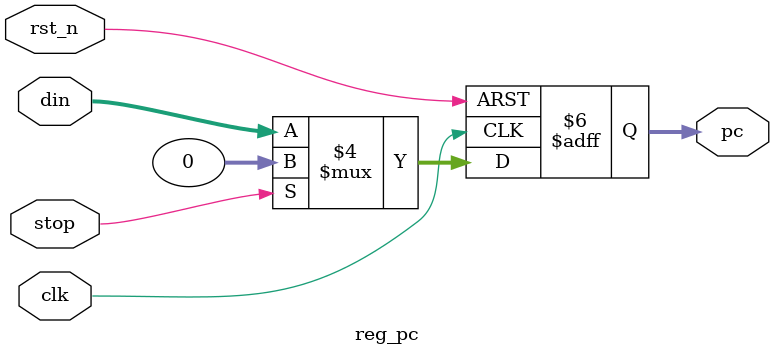
<source format=v>
`timescale 1ns / 1ps

module reg_pc(
    input             clk  ,
    input             rst_n,
    input      [31:0] din  , // next pc
    input             stop ,

    output reg [31:0] pc
);

always @(posedge clk or negedge rst_n) begin
    if (~rst_n)    pc <= -4;//32'b0
    else if (stop) pc <= 0 ;
    else           pc <= din;
end

endmodule

</source>
